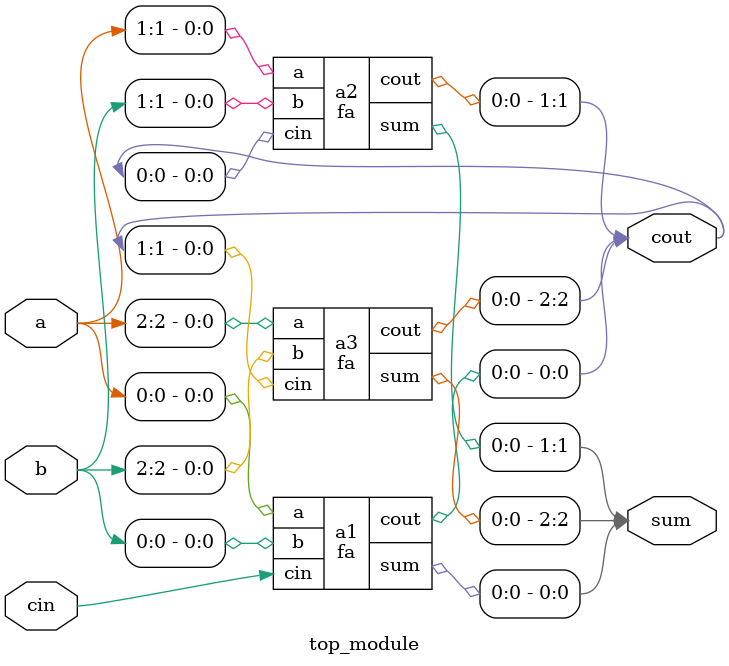
<source format=v>
module fa(
    input a,b,cin, 
    output sum,cout);
    assign {cout,sum}=a+b+cin;    
endmodule

module top_module( 
    input [2:0] a, b,
    input cin,
    output [2:0] cout,
    output [2:0] sum );
    fa a1(.a(a[0]),.b(b[0]),.cin(cin),.sum(sum[0]),.cout(cout[0]));
    fa a2(.a(a[1]),.b(b[1]),.cin(cout[0]),.sum(sum[1]),.cout(cout[1]));
    fa a3(.a(a[2]),.b(b[2]),.cin(cout[1]),.sum(sum[2]),.cout(cout[2]));
endmodule

</source>
